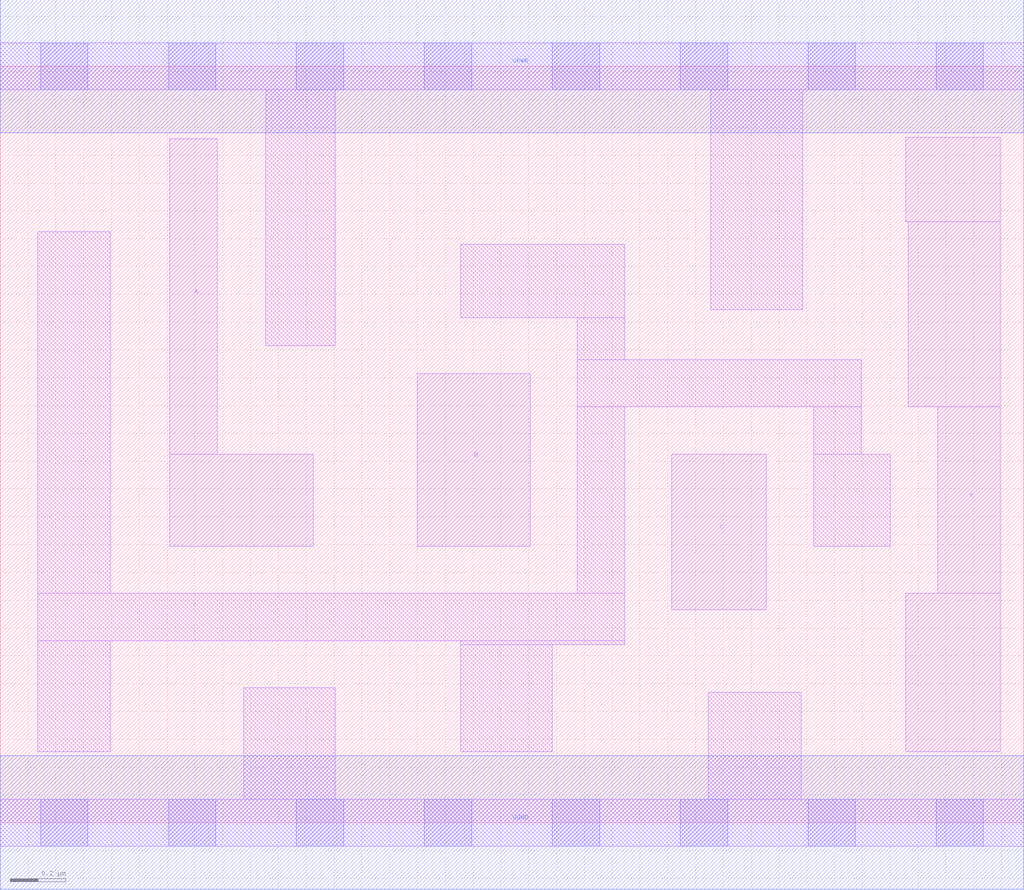
<source format=lef>
# Copyright 2020 The SkyWater PDK Authors
#
# Licensed under the Apache License, Version 2.0 (the "License");
# you may not use this file except in compliance with the License.
# You may obtain a copy of the License at
#
#     https://www.apache.org/licenses/LICENSE-2.0
#
# Unless required by applicable law or agreed to in writing, software
# distributed under the License is distributed on an "AS IS" BASIS,
# WITHOUT WARRANTIES OR CONDITIONS OF ANY KIND, either express or implied.
# See the License for the specific language governing permissions and
# limitations under the License.
#
# SPDX-License-Identifier: Apache-2.0

VERSION 5.7 ;
  NAMESCASESENSITIVE ON ;
  NOWIREEXTENSIONATPIN ON ;
  DIVIDERCHAR "/" ;
  BUSBITCHARS "[]" ;
UNITS
  DATABASE MICRONS 200 ;
END UNITS
MACRO sky130_fd_sc_hd__maj3_1
  CLASS CORE ;
  SOURCE USER ;
  FOREIGN sky130_fd_sc_hd__maj3_1 ;
  ORIGIN  0.000000  0.000000 ;
  SIZE  3.680000 BY  2.720000 ;
  SYMMETRY X Y R90 ;
  SITE unithd ;
  PIN A
    ANTENNAGATEAREA  0.252000 ;
    DIRECTION INPUT ;
    USE SIGNAL ;
    PORT
      LAYER li1 ;
        RECT 0.610000 0.995000 1.125000 1.325000 ;
        RECT 0.610000 1.325000 0.780000 2.460000 ;
    END
  END A
  PIN B
    ANTENNAGATEAREA  0.252000 ;
    DIRECTION INPUT ;
    USE SIGNAL ;
    PORT
      LAYER li1 ;
        RECT 1.500000 0.995000 1.905000 1.615000 ;
    END
  END B
  PIN C
    ANTENNAGATEAREA  0.252000 ;
    DIRECTION INPUT ;
    USE SIGNAL ;
    PORT
      LAYER li1 ;
        RECT 2.415000 0.765000 2.755000 1.325000 ;
    END
  END C
  PIN X
    ANTENNADIFFAREA  0.602250 ;
    DIRECTION OUTPUT ;
    USE SIGNAL ;
    PORT
      LAYER li1 ;
        RECT 3.255000 0.255000 3.595000 0.825000 ;
        RECT 3.255000 2.160000 3.595000 2.465000 ;
        RECT 3.265000 1.495000 3.595000 2.160000 ;
        RECT 3.370000 0.825000 3.595000 1.495000 ;
    END
  END X
  PIN VGND
    DIRECTION INOUT ;
    SHAPE ABUTMENT ;
    USE GROUND ;
    PORT
      LAYER met1 ;
        RECT 0.000000 -0.240000 3.680000 0.240000 ;
    END
  END VGND
  PIN VPWR
    DIRECTION INOUT ;
    SHAPE ABUTMENT ;
    USE POWER ;
    PORT
      LAYER met1 ;
        RECT 0.000000 2.480000 3.680000 2.960000 ;
    END
  END VPWR
  OBS
    LAYER li1 ;
      RECT 0.000000 -0.085000 3.680000 0.085000 ;
      RECT 0.000000  2.635000 3.680000 2.805000 ;
      RECT 0.135000  0.255000 0.395000 0.655000 ;
      RECT 0.135000  0.655000 2.245000 0.825000 ;
      RECT 0.135000  0.825000 0.395000 2.125000 ;
      RECT 0.875000  0.085000 1.205000 0.485000 ;
      RECT 0.955000  1.715000 1.205000 2.635000 ;
      RECT 1.655000  0.255000 1.985000 0.640000 ;
      RECT 1.655000  0.640000 2.245000 0.655000 ;
      RECT 1.655000  1.815000 2.245000 2.080000 ;
      RECT 2.075000  0.825000 2.245000 1.495000 ;
      RECT 2.075000  1.495000 3.095000 1.665000 ;
      RECT 2.075000  1.665000 2.245000 1.815000 ;
      RECT 2.545000  0.085000 2.880000 0.470000 ;
      RECT 2.555000  1.845000 2.885000 2.635000 ;
      RECT 2.925000  0.995000 3.200000 1.325000 ;
      RECT 2.925000  1.325000 3.095000 1.495000 ;
    LAYER mcon ;
      RECT 0.145000 -0.085000 0.315000 0.085000 ;
      RECT 0.145000  2.635000 0.315000 2.805000 ;
      RECT 0.605000 -0.085000 0.775000 0.085000 ;
      RECT 0.605000  2.635000 0.775000 2.805000 ;
      RECT 1.065000 -0.085000 1.235000 0.085000 ;
      RECT 1.065000  2.635000 1.235000 2.805000 ;
      RECT 1.525000 -0.085000 1.695000 0.085000 ;
      RECT 1.525000  2.635000 1.695000 2.805000 ;
      RECT 1.985000 -0.085000 2.155000 0.085000 ;
      RECT 1.985000  2.635000 2.155000 2.805000 ;
      RECT 2.445000 -0.085000 2.615000 0.085000 ;
      RECT 2.445000  2.635000 2.615000 2.805000 ;
      RECT 2.905000 -0.085000 3.075000 0.085000 ;
      RECT 2.905000  2.635000 3.075000 2.805000 ;
      RECT 3.365000 -0.085000 3.535000 0.085000 ;
      RECT 3.365000  2.635000 3.535000 2.805000 ;
  END
END sky130_fd_sc_hd__maj3_1

</source>
